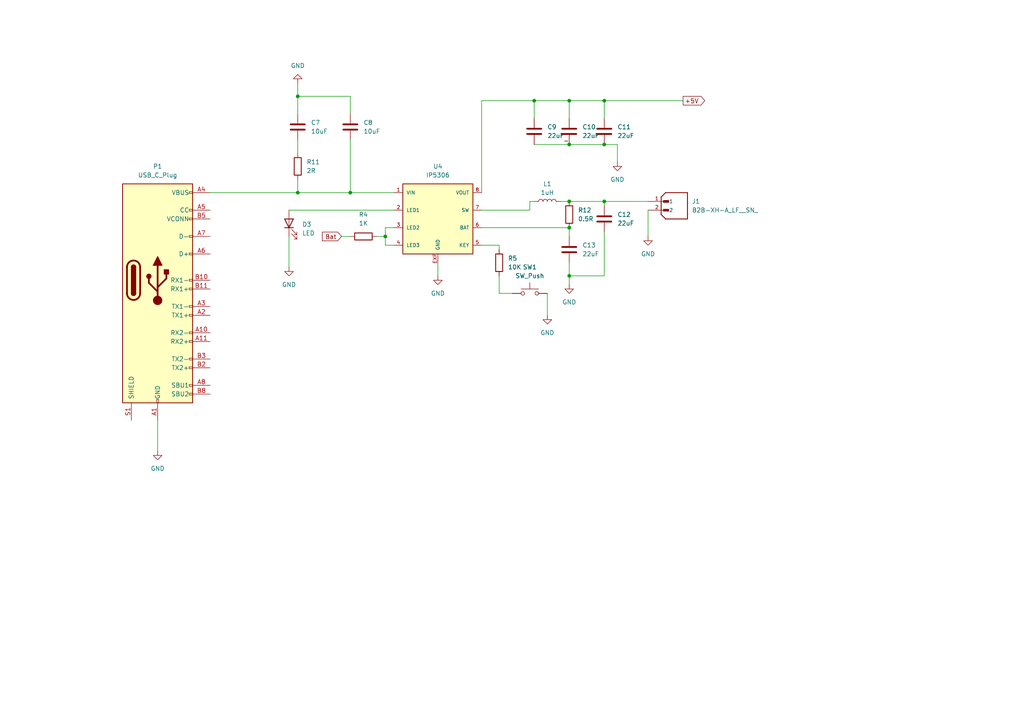
<source format=kicad_sch>
(kicad_sch (version 20230121) (generator eeschema)
  (paper "A4")
  (lib_symbols
    (symbol "B2B-XH-A_LF__SN_:B2B-XH-A_LF__SN_" (pin_names (offset 1.016))
      (property "Reference" "J" (at -2.54 6.35 0))
      (property "Value" "B2B-XH-A_LF__SN_" (at -2.54 -5.08 0))
      (symbol "B2B-XH-A_LF__SN__0_0"
        (rectangle (start -3.175 -0.3175) (end -1.5875 0.3175) (stroke (width 0.1)) (fill (type outline)))
        (rectangle (start -3.175 2.2225) (end -1.5875 2.8575) (stroke (width 0.1)) (fill (type outline)))
        (polyline (pts (xy -3.81 -1.27) (xy -2.54 -2.54)) (stroke (width 0.254)))
        (polyline (pts (xy -3.81 3.81) (xy -3.81 -1.27)) (stroke (width 0.254)))
        (polyline (pts (xy -3.81 3.81) (xy -2.54 5.08)) (stroke (width 0.254)))
        (polyline (pts (xy -2.54 -2.54) (xy 3.81 -2.54)) (stroke (width 0.254)))
        (polyline (pts (xy 3.81 -2.54) (xy 3.81 5.08)) (stroke (width 0.254)))
        (polyline (pts (xy 3.81 5.08) (xy -2.54 5.08)) (stroke (width 0.254)))
        (pin passive line (at -7.62 2.54 0) (length 5.08) (name "1") (number "1"))
        (pin passive line (at -7.62 0 0) (length 5.08) (name "2") (number "2"))
      )
    )
    (symbol "Connector:USB_C_Plug" (pin_names (offset 1.016))
      (property "Reference" "P" (at -10.16 29.21 0))
      (property "Value" "USB_C_Plug" (at 10.16 29.21 0))
      (symbol "USB_C_Plug_0_0"
        (rectangle (start -0.254 -35.56) (end 0.254 -34.544))
        (rectangle (start 10.16 -32.766) (end 9.144 -33.274))
        (rectangle (start 10.16 -30.226) (end 9.144 -30.734))
        (rectangle (start 10.16 -25.146) (end 9.144 -25.654))
        (rectangle (start 10.16 -22.606) (end 9.144 -23.114))
        (rectangle (start 10.16 -17.526) (end 9.144 -18.034))
        (rectangle (start 10.16 -14.986) (end 9.144 -15.494))
        (rectangle (start 10.16 -9.906) (end 9.144 -10.414))
        (rectangle (start 10.16 -7.366) (end 9.144 -7.874))
        (rectangle (start 10.16 -2.286) (end 9.144 -2.794))
        (rectangle (start 10.16 0.254) (end 9.144 -0.254))
        (rectangle (start 10.16 7.874) (end 9.144 7.366))
        (rectangle (start 10.16 12.954) (end 9.144 12.446))
        (rectangle (start 10.16 18.034) (end 9.144 17.526))
        (rectangle (start 10.16 20.574) (end 9.144 20.066))
        (rectangle (start 10.16 25.654) (end 9.144 25.146))
      )
      (symbol "USB_C_Plug_0_1"
        (rectangle (start -10.16 27.94) (end 10.16 -35.56) (stroke (width 0.254)) (fill (type background)))
        (arc (start -8.89 -3.81) (mid -6.985 -5.7067) (end -5.08 -3.81) (stroke (width 0.508)))
        (arc (start -7.62 -3.81) (mid -6.985 -4.4423) (end -6.35 -3.81) (stroke (width 0.254)))
        (arc (start -7.62 -3.81) (mid -6.985 -4.4423) (end -6.35 -3.81) (stroke (width 0.254)) (fill (type outline)))
        (rectangle (start -7.62 -3.81) (end -6.35 3.81) (stroke (width 0.254)) (fill (type outline)))
        (arc (start -6.35 3.81) (mid -6.985 4.4423) (end -7.62 3.81) (stroke (width 0.254)))
        (arc (start -6.35 3.81) (mid -6.985 4.4423) (end -7.62 3.81) (stroke (width 0.254)) (fill (type outline)))
        (arc (start -5.08 3.81) (mid -6.985 5.7067) (end -8.89 3.81) (stroke (width 0.508)))
        (polyline (pts (xy -8.89 -3.81) (xy -8.89 3.81)) (stroke (width 0.508)))
        (polyline (pts (xy -5.08 3.81) (xy -5.08 -3.81)) (stroke (width 0.508)))
      )
      (symbol "USB_C_Plug_1_1"
        (circle (center -2.54 1.143) (radius 0.635) (stroke (width 0.254)) (fill (type outline)))
        (circle (center 0 -5.842) (radius 1.27) (fill (type outline)))
        (polyline (pts (xy 0 -5.842) (xy 0 4.318)) (stroke (width 0.508)))
        (polyline (pts (xy 0 -3.302) (xy -2.54 -0.762) (xy -2.54 0.508)) (stroke (width 0.508)))
        (polyline (pts (xy 0 -2.032) (xy 2.54 0.508) (xy 2.54 1.778)) (stroke (width 0.508)))
        (polyline (pts (xy -1.27 4.318) (xy 0 6.858) (xy 1.27 4.318) (xy -1.27 4.318)) (stroke (width 0.254)) (fill (type outline)))
        (rectangle (start 1.905 1.778) (end 3.175 3.048) (stroke (width 0.254)) (fill (type outline)))
        (pin passive line (at 0 -40.64 90) (length 5.08) (name "GND") (number "A1"))
        (pin bidirectional line (at 15.24 -15.24 180) (length 5.08) (name "RX2-") (number "A10"))
        (pin bidirectional line (at 15.24 -17.78 180) (length 5.08) (name "RX2+") (number "A11"))
        (pin passive line (at 0 -40.64 90) (length 5.08) hide (name "GND") (number "A12"))
        (pin bidirectional line (at 15.24 -10.16 180) (length 5.08) (name "TX1+") (number "A2"))
        (pin bidirectional line (at 15.24 -7.62 180) (length 5.08) (name "TX1-") (number "A3"))
        (pin passive line (at 15.24 25.4 180) (length 5.08) (name "VBUS") (number "A4"))
        (pin bidirectional line (at 15.24 20.32 180) (length 5.08) (name "CC") (number "A5"))
        (pin bidirectional line (at 15.24 7.62 180) (length 5.08) (name "D+") (number "A6"))
        (pin bidirectional line (at 15.24 12.7 180) (length 5.08) (name "D-") (number "A7"))
        (pin bidirectional line (at 15.24 -30.48 180) (length 5.08) (name "SBU1") (number "A8"))
        (pin passive line (at 15.24 25.4 180) (length 5.08) hide (name "VBUS") (number "A9"))
        (pin passive line (at 0 -40.64 90) (length 5.08) hide (name "GND") (number "B1"))
        (pin bidirectional line (at 15.24 0 180) (length 5.08) (name "RX1-") (number "B10"))
        (pin bidirectional line (at 15.24 -2.54 180) (length 5.08) (name "RX1+") (number "B11"))
        (pin passive line (at 0 -40.64 90) (length 5.08) hide (name "GND") (number "B12"))
        (pin bidirectional line (at 15.24 -25.4 180) (length 5.08) (name "TX2+") (number "B2"))
        (pin bidirectional line (at 15.24 -22.86 180) (length 5.08) (name "TX2-") (number "B3"))
        (pin passive line (at 15.24 25.4 180) (length 5.08) hide (name "VBUS") (number "B4"))
        (pin bidirectional line (at 15.24 17.78 180) (length 5.08) (name "VCONN") (number "B5"))
        (pin bidirectional line (at 15.24 -33.02 180) (length 5.08) (name "SBU2") (number "B8"))
        (pin passive line (at 15.24 25.4 180) (length 5.08) hide (name "VBUS") (number "B9"))
        (pin passive line (at -7.62 -40.64 90) (length 5.08) (name "SHIELD") (number "S1"))
      )
    )
    (symbol "Device:C" (pin_numbers hide) (pin_names (offset 0.254))
      (property "Reference" "C" (at 0.635 2.54 0))
      (property "Value" "C" (at 0.635 -2.54 0))
      (symbol "C_0_1"
        (polyline (pts (xy -2.032 -0.762) (xy 2.032 -0.762)) (stroke (width 0.508)))
        (polyline (pts (xy -2.032 0.762) (xy 2.032 0.762)) (stroke (width 0.508)))
      )
      (symbol "C_1_1"
        (pin passive line (at 0 3.81 270) (length 2.794) (name "~") (number "1"))
        (pin passive line (at 0 -3.81 90) (length 2.794) (name "~") (number "2"))
      )
    )
    (symbol "Device:L" (pin_numbers hide) (pin_names (offset 1.016) hide)
      (property "Reference" "L" (at -1.27 0 90))
      (property "Value" "L" (at 1.905 0 90))
      (symbol "L_0_1"
        (arc (start 0 -2.54) (mid 0.6323 -1.905) (end 0 -1.27))
        (arc (start 0 -1.27) (mid 0.6323 -0.635) (end 0 0))
        (arc (start 0 0) (mid 0.6323 0.635) (end 0 1.27))
        (arc (start 0 1.27) (mid 0.6323 1.905) (end 0 2.54))
      )
      (symbol "L_1_1"
        (pin passive line (at 0 3.81 270) (length 1.27) (name "1") (number "1"))
        (pin passive line (at 0 -3.81 90) (length 1.27) (name "2") (number "2"))
      )
    )
    (symbol "Device:LED" (pin_numbers hide) (pin_names (offset 1.016) hide)
      (property "Reference" "D" (at 0 2.54 0))
      (property "Value" "LED" (at 0 -2.54 0))
      (symbol "LED_0_1"
        (polyline (pts (xy -1.27 -1.27) (xy -1.27 1.27)) (stroke (width 0.254)))
        (polyline (pts (xy -1.27 0) (xy 1.27 0)))
        (polyline (pts (xy 1.27 -1.27) (xy 1.27 1.27) (xy -1.27 0) (xy 1.27 -1.27)) (stroke (width 0.254)))
        (polyline (pts (xy -3.048 -0.762) (xy -4.572 -2.286) (xy -3.81 -2.286) (xy -4.572 -2.286) (xy -4.572 -1.524)))
        (polyline (pts (xy -1.778 -0.762) (xy -3.302 -2.286) (xy -2.54 -2.286) (xy -3.302 -2.286) (xy -3.302 -1.524)))
      )
      (symbol "LED_1_1"
        (pin passive line (at -3.81 0 0) (length 2.54) (name "K") (number "1"))
        (pin passive line (at 3.81 0 180) (length 2.54) (name "A") (number "2"))
      )
    )
    (symbol "Device:R" (pin_numbers hide) (pin_names (offset 0))
      (property "Reference" "R" (at 2.032 0 90))
      (property "Value" "R" (at 0 0 90))
      (symbol "R_0_1"
        (rectangle (start -1.016 -2.54) (end 1.016 2.54) (stroke (width 0.254)))
      )
      (symbol "R_1_1"
        (pin passive line (at 0 3.81 270) (length 1.27) (name "~") (number "1"))
        (pin passive line (at 0 -3.81 90) (length 1.27) (name "~") (number "2"))
      )
    )
    (symbol "IP5306:IP5306" (pin_names (offset 1.016))
      (property "Reference" "U" (at -10.16 10.922 0))
      (property "Value" "IP5306" (at 2.54 -12.7 0))
      (symbol "IP5306_0_0"
        (rectangle (start -10.16 -10.16) (end 10.16 10.16) (stroke (width 0.254)) (fill (type background)))
        (pin bidirectional line (at -12.7 7.62 0) (length 2.54) (name "VIN") (number "1"))
        (pin bidirectional line (at -12.7 2.54 0) (length 2.54) (name "LED1") (number "2"))
        (pin bidirectional line (at -12.7 -2.54 0) (length 2.54) (name "LED2") (number "3"))
        (pin bidirectional line (at -12.7 -7.62 0) (length 2.54) (name "LED3") (number "4"))
        (pin bidirectional line (at 12.7 -7.62 180) (length 2.54) (name "KEY") (number "5"))
        (pin bidirectional line (at 12.7 -2.54 180) (length 2.54) (name "BAT") (number "6"))
        (pin bidirectional line (at 12.7 2.54 180) (length 2.54) (name "SW") (number "7"))
        (pin bidirectional line (at 12.7 7.62 180) (length 2.54) (name "VOUT") (number "8"))
        (pin bidirectional line (at 0 -12.7 90) (length 2.54) (name "GND") (number "EXP"))
      )
    )
    (symbol "Switch:SW_Push" (pin_numbers hide) (pin_names (offset 1.016) hide)
      (property "Reference" "SW" (at 1.27 2.54 0))
      (property "Value" "SW_Push" (at 0 -1.524 0))
      (symbol "SW_Push_0_1"
        (circle (center -2.032 0) (radius 0.508))
        (polyline (pts (xy 0 1.27) (xy 0 3.048)))
        (polyline (pts (xy 2.54 1.27) (xy -2.54 1.27)))
        (circle (center 2.032 0) (radius 0.508))
        (pin passive line (at -5.08 0 0) (length 2.54) (name "1") (number "1"))
        (pin passive line (at 5.08 0 180) (length 2.54) (name "2") (number "2"))
      )
    )
    (symbol "power:GND" (power) (pin_names (offset 0))
      (property "Value" "GND" (at 0 -3.81 0))
      (symbol "GND_0_1"
        (polyline (pts (xy 0 0) (xy 0 -1.27) (xy 1.27 -1.27) (xy 0 -2.54) (xy -1.27 -1.27) (xy 0 -1.27)))
      )
      (symbol "GND_1_1"
        (pin power_in line (at 0 0 270) (length 0) hide (name "GND") (number "1"))
      )
    )
  )
  (junction (at 111.76 68.58))
  (junction (at 86.36 27.94))
  (junction (at 165.1 66.04))
  (junction (at 154.94 29.21))
  (junction (at 165.1 41.91))
  (junction (at 165.1 80.01))
  (junction (at 86.36 55.88))
  (junction (at 165.1 58.42))
  (junction (at 175.26 58.42))
  (junction (at 175.26 41.91))
  (junction (at 101.6 55.88))
  (junction (at 165.1 29.21))
  (junction (at 175.26 29.21))
  (wire (pts (xy 153.67 58.42) (xy 154.94 58.42)))
  (wire (pts (xy 175.26 41.91) (xy 179.07 41.91)))
  (wire (pts (xy 154.94 29.21) (xy 165.1 29.21)))
  (wire (pts (xy 86.36 40.64) (xy 86.36 44.45)))
  (wire (pts (xy 175.26 29.21) (xy 198.12 29.21)))
  (wire (pts (xy 127 76.2) (xy 127 80.01)))
  (wire (pts (xy 109.22 68.58) (xy 111.76 68.58)))
  (wire (pts (xy 175.26 29.21) (xy 175.26 34.29)))
  (wire (pts (xy 144.78 80.01) (xy 144.78 85.09)))
  (wire (pts (xy 111.76 66.04) (xy 114.3 66.04)))
  (wire (pts (xy 187.96 60.96) (xy 187.96 68.58)))
  (wire (pts (xy 101.6 40.64) (xy 101.6 55.88)))
  (wire (pts (xy 139.7 71.12) (xy 144.78 71.12)))
  (wire (pts (xy 165.1 82.55) (xy 165.1 80.01)))
  (wire (pts (xy 83.82 68.58) (xy 83.82 77.47)))
  (wire (pts (xy 175.26 58.42) (xy 187.96 58.42)))
  (wire (pts (xy 101.6 55.88) (xy 114.3 55.88)))
  (wire (pts (xy 165.1 80.01) (xy 175.26 80.01)))
  (wire (pts (xy 111.76 66.04) (xy 111.76 68.58)))
  (wire (pts (xy 175.26 58.42) (xy 175.26 59.69)))
  (wire (pts (xy 165.1 29.21) (xy 175.26 29.21)))
  (wire (pts (xy 144.78 71.12) (xy 144.78 72.39)))
  (wire (pts (xy 165.1 29.21) (xy 165.1 34.29)))
  (wire (pts (xy 139.7 29.21) (xy 154.94 29.21)))
  (wire (pts (xy 175.26 80.01) (xy 175.26 67.31)))
  (wire (pts (xy 162.56 58.42) (xy 165.1 58.42)))
  (wire (pts (xy 60.96 55.88) (xy 86.36 55.88)))
  (wire (pts (xy 111.76 68.58) (xy 111.76 71.12)))
  (wire (pts (xy 83.82 60.96) (xy 114.3 60.96)))
  (wire (pts (xy 86.36 27.94) (xy 86.36 33.02)))
  (wire (pts (xy 153.67 58.42) (xy 153.67 60.96)))
  (wire (pts (xy 101.6 33.02) (xy 101.6 27.94)))
  (wire (pts (xy 154.94 34.29) (xy 154.94 29.21)))
  (wire (pts (xy 154.94 41.91) (xy 165.1 41.91)))
  (wire (pts (xy 86.36 52.07) (xy 86.36 55.88)))
  (wire (pts (xy 139.7 66.04) (xy 165.1 66.04)))
  (wire (pts (xy 86.36 27.94) (xy 101.6 27.94)))
  (wire (pts (xy 165.1 66.04) (xy 165.1 68.58)))
  (wire (pts (xy 165.1 41.91) (xy 175.26 41.91)))
  (wire (pts (xy 86.36 55.88) (xy 101.6 55.88)))
  (wire (pts (xy 144.78 85.09) (xy 148.59 85.09)))
  (wire (pts (xy 165.1 76.2) (xy 165.1 80.01)))
  (wire (pts (xy 99.06 68.58) (xy 101.6 68.58)))
  (wire (pts (xy 45.72 121.92) (xy 45.72 130.81)))
  (wire (pts (xy 158.75 85.09) (xy 158.75 91.44)))
  (wire (pts (xy 165.1 58.42) (xy 175.26 58.42)))
  (wire (pts (xy 153.67 60.96) (xy 139.7 60.96)))
  (wire (pts (xy 139.7 55.88) (xy 139.7 29.21)))
  (wire (pts (xy 86.36 24.13) (xy 86.36 27.94)))
  (wire (pts (xy 179.07 41.91) (xy 179.07 46.99)))
  (wire (pts (xy 114.3 71.12) (xy 111.76 71.12)))
  (label "-" (at 165.1 41.91 180))
  (global_label "+5V" (shape output) (at 198.12 29.21 0) (property "Intersheetrefs" "${INTERSHEET_REFS}" (effects hide)))
  (global_label "Bat" (shape input) (at 99.06 68.58 180) (property "Intersheetrefs" "${INTERSHEET_REFS}" (effects hide)))
  (symbol (lib_id "Device:L") (at 158.75 58.42 90) (unit 1)
    (property "Reference" "L1" (at 158.75 53.34 90))
    (property "Value" "1uH" (at 158.75 55.88 90))
  )
  (symbol (lib_id "Device:C") (at 165.1 38.1 0) (unit 1)
    (property "Reference" "C10" (at 168.91 36.83 0) (effects (justify left)))
    (property "Value" "22uF" (at 168.91 39.37 0) (effects (justify left)))
    (property "Footprint" "Capacitor_SMD:C_0201_0603Metric" (effects hide))
  )
  (symbol (lib_id "Device:C") (at 86.36 36.83 0) (unit 1)
    (property "Reference" "C7" (at 90.17 35.56 0) (effects (justify left)))
    (property "Value" "10uF" (at 90.17 38.1 0) (effects (justify left)))
  )
  (symbol (lib_id "Device:R") (at 144.78 76.2 180) (unit 1)
    (property "Reference" "R5" (at 147.32 74.93 0) (effects (justify right)))
    (property "Value" "10K" (at 147.32 77.47 0) (effects (justify right)))
  )
  (symbol (lib_id "Switch:SW_Push") (at 153.67 85.09 0) (unit 1)
    (property "Reference" "SW1" (at 153.67 77.47 0))
    (property "Value" "SW_Push" (at 153.67 80.01 0))
    (property "Footprint" "Button_Switch_SMD:SW_SPST_Omron_B3FS-100xP" (effects hide))
  )
  (symbol (lib_id "Device:LED") (at 83.82 64.77 90) (unit 1)
    (property "Reference" "D3" (at 87.63 65.0875 90) (effects (justify right)))
    (property "Value" "LED" (at 87.63 67.6275 90) (effects (justify right)))
    (property "Footprint" "LED_SMD:LED_0201_0603Metric" (effects hide))
  )
  (symbol (lib_id "Device:C") (at 165.1 72.39 0) (unit 1)
    (property "Reference" "C13" (at 168.91 71.12 0) (effects (justify left)))
    (property "Value" "22uF" (at 168.91 73.66 0) (effects (justify left)))
  )
  (symbol (lib_id "Device:C") (at 101.6 36.83 0) (unit 1)
    (property "Reference" "C8" (at 105.41 35.56 0) (effects (justify left)))
    (property "Value" "10uF" (at 105.41 38.1 0) (effects (justify left)))
  )
  (symbol (lib_id "Device:C") (at 175.26 38.1 0) (unit 1)
    (property "Reference" "C11" (at 179.07 36.83 0) (effects (justify left)))
    (property "Value" "22uF" (at 179.07 39.37 0) (effects (justify left)))
    (property "Footprint" "Capacitor_SMD:C_0201_0603Metric" (effects hide))
  )
  (symbol (lib_id "power:GND") (at 187.96 68.58 0) (unit 1)
    (property "Reference" "#PWR030" (effects hide))
    (property "Value" "GND" (at 187.96 73.66 0))
  )
  (symbol (lib_id "Device:R") (at 86.36 48.26 0) (unit 1)
    (property "Reference" "R11" (at 88.9 46.99 0) (effects (justify left)))
    (property "Value" "2R" (at 88.9 49.53 0) (effects (justify left)))
  )
  (symbol (lib_id "Device:R") (at 165.1 62.23 0) (unit 1)
    (property "Reference" "R12" (at 167.64 60.96 0) (effects (justify left)))
    (property "Value" "0.5R " (at 167.64 63.5 0) (effects (justify left)))
  )
  (symbol (lib_id "power:GND") (at 165.1 82.55 0) (unit 1)
    (property "Reference" "#PWR031" (effects hide))
    (property "Value" "GND" (at 165.1 87.63 0))
  )
  (symbol (lib_id "Device:C") (at 154.94 38.1 0) (unit 1)
    (property "Reference" "C9" (at 158.75 36.83 0) (effects (justify left)))
    (property "Value" "22uF" (at 158.75 39.37 0) (effects (justify left)))
    (property "Footprint" "Capacitor_SMD:C_0201_0603Metric" (effects hide))
  )
  (symbol (lib_id "power:GND") (at 158.75 91.44 0) (unit 1)
    (property "Reference" "#PWR09" (effects hide))
    (property "Value" "GND" (at 158.75 96.52 0))
  )
  (symbol (lib_id "B2B-XH-A_LF__SN_:B2B-XH-A_LF__SN_") (at 195.58 60.96 0) (unit 1)
    (property "Reference" "J1" (at 200.66 58.42 0) (effects (justify left)))
    (property "Value" "B2B-XH-A_LF__SN_" (at 200.66 60.96 0) (effects (justify left)))
    (property "Footprint" "B2B-XH-A:JST_B2B-XH-A" (effects hide))
    (property "MF" "JST Sales" (effects hide))
    (property "MAXIMUM_PACKAGE_HEIGHT" "7 mm" (effects hide))
    (property "Package" "None" (effects hide))
    (property "Price" "None" (effects hide))
    (property "Check_prices" "https://www.snapeda.com/parts/B2B-XH-A(LF)(SN)/JST+Sales+America+Inc./view-part/?ref=eda" (effects hide))
    (property "STANDARD" "Manufacturer Recommendations" (effects hide))
    (property "PARTREV" "N/A" (effects hide))
    (property "SnapEDA_Link" "https://www.snapeda.com/parts/B2B-XH-A(LF)(SN)/JST+Sales+America+Inc./view-part/?ref=snap" (effects hide))
    (property "MP" "B2B-XH-A(LF)(SN)" (effects hide))
    (property "Description" "\nConnector Header Through Hole 2 position 0.098 (2.50mm)\n" (effects hide))
    (property "Availability" "In Stock" (effects hide))
    (property "MANUFACTURER" "JST Sales America Inc." (effects hide))
  )
  (symbol (lib_id "IP5306:IP5306") (at 127 63.5 0) (unit 1)
    (property "Reference" "U4" (at 127 48.26 0))
    (property "Value" "IP5306" (at 127 50.8 0))
    (property "Footprint" "IP5306:SOP8-P" (effects hide))
    (property "MF" "Injoinic" (effects hide))
    (property "Description" "\n                        \n                            Fully-Integrated Power Bank System-On-Chip with 2.1A charger, 2.4A discharger\n                        \n" (effects hide))
    (property "Package" "None" (effects hide))
    (property "Price" "None" (effects hide))
    (property "SnapEDA_Link" "https://www.snapeda.com/parts/IP5306/Injoinic/view-part/?ref=snap" (effects hide))
    (property "MP" "IP5306" (effects hide))
    (property "Availability" "In Stock" (effects hide))
    (property "Check_prices" "https://www.snapeda.com/parts/IP5306/Injoinic/view-part/?ref=eda" (effects hide))
  )
  (symbol (lib_id "Device:R") (at 105.41 68.58 90) (unit 1)
    (property "Reference" "R4" (at 105.41 62.23 90))
    (property "Value" "1K" (at 105.41 64.77 90))
  )
  (symbol (lib_id "power:GND") (at 83.82 77.47 0) (unit 1)
    (property "Reference" "#PWR025" (effects hide))
    (property "Value" "GND" (at 83.82 82.55 0))
  )
  (symbol (lib_id "power:GND") (at 45.72 130.81 0) (unit 1)
    (property "Reference" "#PWR026" (effects hide))
    (property "Value" "GND" (at 45.72 135.89 0))
  )
  (symbol (lib_id "power:GND") (at 179.07 46.99 0) (unit 1)
    (property "Reference" "#PWR028" (effects hide))
    (property "Value" "GND" (at 179.07 52.07 0))
  )
  (symbol (lib_id "Connector:USB_C_Plug") (at 45.72 81.28 0) (unit 1)
    (property "Reference" "P1" (at 45.72 48.26 0))
    (property "Value" "USB_C_Plug" (at 45.72 50.8 0))
    (property "Footprint" "Connector_USB:USB_C_Plug_Molex_105444" (effects hide))
    (property "Datasheet" "https://www.usb.org/sites/default/files/documents/usb_type-c.zip" (effects hide))
  )
  (symbol (lib_id "power:GND") (at 127 80.01 0) (unit 1)
    (property "Reference" "#PWR027" (effects hide))
    (property "Value" "GND" (at 127 85.09 0))
  )
  (symbol (lib_id "power:GND") (at 86.36 24.13 180) (unit 1)
    (property "Reference" "#PWR024" (effects hide))
    (property "Value" "GND" (at 86.36 19.05 0))
  )
  (symbol (lib_id "Device:C") (at 175.26 63.5 0) (unit 1)
    (property "Reference" "C12" (at 179.07 62.23 0) (effects (justify left)))
    (property "Value" "22uF" (at 179.07 64.77 0) (effects (justify left)))
  )
)
</source>
